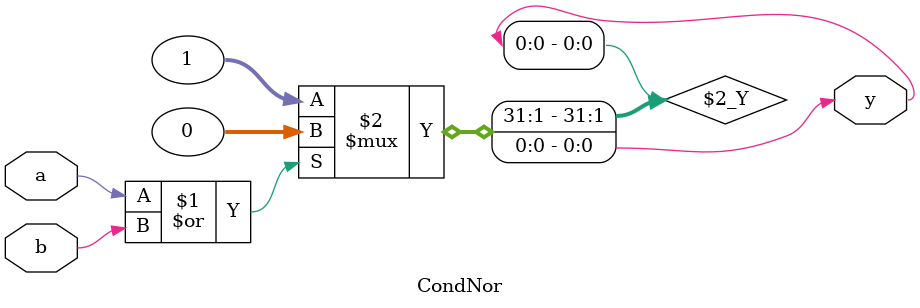
<source format=sv>
module CondNor(input a, b, output y);
    assign y = (a|b) ? 0 : 1; // 等效逻辑
endmodule

</source>
